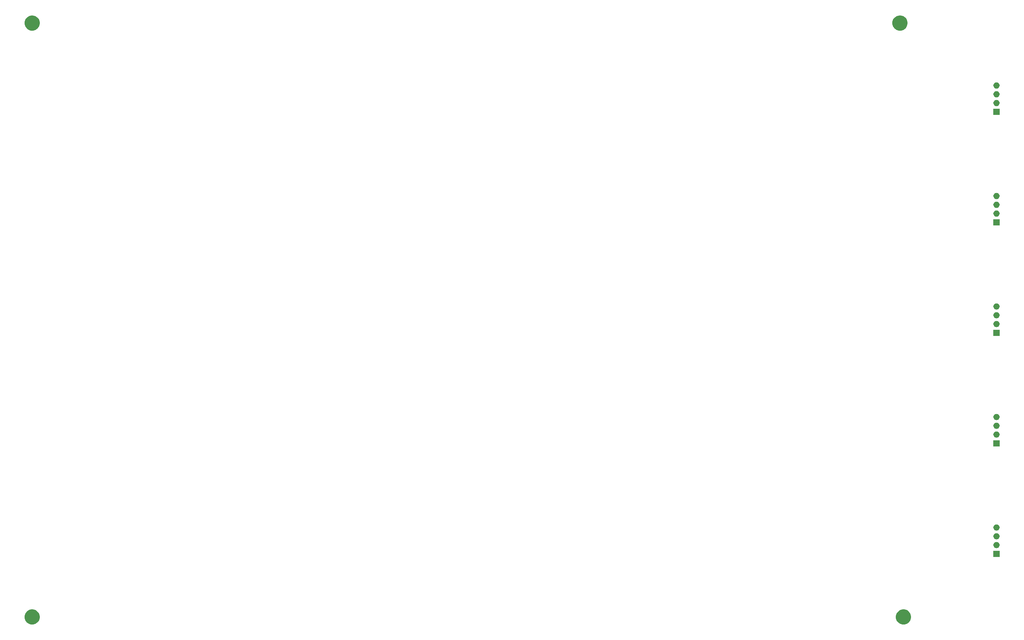
<source format=gbr>
G04 #@! TF.GenerationSoftware,KiCad,Pcbnew,(5.1.5)-3*
G04 #@! TF.CreationDate,2020-04-14T19:59:01+09:00*
G04 #@! TF.ProjectId,APA102_MENZUKE5_base,41504131-3032-45f4-9d45-4e5a554b4535,rev?*
G04 #@! TF.SameCoordinates,Original*
G04 #@! TF.FileFunction,Soldermask,Bot*
G04 #@! TF.FilePolarity,Negative*
%FSLAX46Y46*%
G04 Gerber Fmt 4.6, Leading zero omitted, Abs format (unit mm)*
G04 Created by KiCad (PCBNEW (5.1.5)-3) date 2020-04-14 19:59:01*
%MOMM*%
%LPD*%
G04 APERTURE LIST*
%ADD10C,0.100000*%
G04 APERTURE END LIST*
D10*
G36*
X332642007Y-202883582D02*
G01*
X333042563Y-203049498D01*
X333042565Y-203049499D01*
X333403056Y-203290371D01*
X333709629Y-203596944D01*
X333950501Y-203957435D01*
X333950502Y-203957437D01*
X334116418Y-204357993D01*
X334201000Y-204783219D01*
X334201000Y-205216781D01*
X334116418Y-205642007D01*
X333950502Y-206042563D01*
X333950501Y-206042565D01*
X333709629Y-206403056D01*
X333403056Y-206709629D01*
X333042565Y-206950501D01*
X333042564Y-206950502D01*
X333042563Y-206950502D01*
X332642007Y-207116418D01*
X332216781Y-207201000D01*
X331783219Y-207201000D01*
X331357993Y-207116418D01*
X330957437Y-206950502D01*
X330957436Y-206950502D01*
X330957435Y-206950501D01*
X330596944Y-206709629D01*
X330290371Y-206403056D01*
X330049499Y-206042565D01*
X330049498Y-206042563D01*
X329883582Y-205642007D01*
X329799000Y-205216781D01*
X329799000Y-204783219D01*
X329883582Y-204357993D01*
X330049498Y-203957437D01*
X330049499Y-203957435D01*
X330290371Y-203596944D01*
X330596944Y-203290371D01*
X330957435Y-203049499D01*
X330957437Y-203049498D01*
X331357993Y-202883582D01*
X331783219Y-202799000D01*
X332216781Y-202799000D01*
X332642007Y-202883582D01*
G37*
G36*
X80642007Y-202883582D02*
G01*
X81042563Y-203049498D01*
X81042565Y-203049499D01*
X81403056Y-203290371D01*
X81709629Y-203596944D01*
X81950501Y-203957435D01*
X81950502Y-203957437D01*
X82116418Y-204357993D01*
X82201000Y-204783219D01*
X82201000Y-205216781D01*
X82116418Y-205642007D01*
X81950502Y-206042563D01*
X81950501Y-206042565D01*
X81709629Y-206403056D01*
X81403056Y-206709629D01*
X81042565Y-206950501D01*
X81042564Y-206950502D01*
X81042563Y-206950502D01*
X80642007Y-207116418D01*
X80216781Y-207201000D01*
X79783219Y-207201000D01*
X79357993Y-207116418D01*
X78957437Y-206950502D01*
X78957436Y-206950502D01*
X78957435Y-206950501D01*
X78596944Y-206709629D01*
X78290371Y-206403056D01*
X78049499Y-206042565D01*
X78049498Y-206042563D01*
X77883582Y-205642007D01*
X77799000Y-205216781D01*
X77799000Y-204783219D01*
X77883582Y-204357993D01*
X78049498Y-203957437D01*
X78049499Y-203957435D01*
X78290371Y-203596944D01*
X78596944Y-203290371D01*
X78957435Y-203049499D01*
X78957437Y-203049498D01*
X79357993Y-202883582D01*
X79783219Y-202799000D01*
X80216781Y-202799000D01*
X80642007Y-202883582D01*
G37*
G36*
X359801000Y-187601000D02*
G01*
X357999000Y-187601000D01*
X357999000Y-185799000D01*
X359801000Y-185799000D01*
X359801000Y-187601000D01*
G37*
G36*
X359013512Y-183263927D02*
G01*
X359162812Y-183293624D01*
X359326784Y-183361544D01*
X359474354Y-183460147D01*
X359599853Y-183585646D01*
X359698456Y-183733216D01*
X359766376Y-183897188D01*
X359801000Y-184071259D01*
X359801000Y-184248741D01*
X359766376Y-184422812D01*
X359698456Y-184586784D01*
X359599853Y-184734354D01*
X359474354Y-184859853D01*
X359326784Y-184958456D01*
X359162812Y-185026376D01*
X359013512Y-185056073D01*
X358988742Y-185061000D01*
X358811258Y-185061000D01*
X358786488Y-185056073D01*
X358637188Y-185026376D01*
X358473216Y-184958456D01*
X358325646Y-184859853D01*
X358200147Y-184734354D01*
X358101544Y-184586784D01*
X358033624Y-184422812D01*
X357999000Y-184248741D01*
X357999000Y-184071259D01*
X358033624Y-183897188D01*
X358101544Y-183733216D01*
X358200147Y-183585646D01*
X358325646Y-183460147D01*
X358473216Y-183361544D01*
X358637188Y-183293624D01*
X358786488Y-183263927D01*
X358811258Y-183259000D01*
X358988742Y-183259000D01*
X359013512Y-183263927D01*
G37*
G36*
X359013512Y-180723927D02*
G01*
X359162812Y-180753624D01*
X359326784Y-180821544D01*
X359474354Y-180920147D01*
X359599853Y-181045646D01*
X359698456Y-181193216D01*
X359766376Y-181357188D01*
X359801000Y-181531259D01*
X359801000Y-181708741D01*
X359766376Y-181882812D01*
X359698456Y-182046784D01*
X359599853Y-182194354D01*
X359474354Y-182319853D01*
X359326784Y-182418456D01*
X359162812Y-182486376D01*
X359013512Y-182516073D01*
X358988742Y-182521000D01*
X358811258Y-182521000D01*
X358786488Y-182516073D01*
X358637188Y-182486376D01*
X358473216Y-182418456D01*
X358325646Y-182319853D01*
X358200147Y-182194354D01*
X358101544Y-182046784D01*
X358033624Y-181882812D01*
X357999000Y-181708741D01*
X357999000Y-181531259D01*
X358033624Y-181357188D01*
X358101544Y-181193216D01*
X358200147Y-181045646D01*
X358325646Y-180920147D01*
X358473216Y-180821544D01*
X358637188Y-180753624D01*
X358786488Y-180723927D01*
X358811258Y-180719000D01*
X358988742Y-180719000D01*
X359013512Y-180723927D01*
G37*
G36*
X359013512Y-178183927D02*
G01*
X359162812Y-178213624D01*
X359326784Y-178281544D01*
X359474354Y-178380147D01*
X359599853Y-178505646D01*
X359698456Y-178653216D01*
X359766376Y-178817188D01*
X359801000Y-178991259D01*
X359801000Y-179168741D01*
X359766376Y-179342812D01*
X359698456Y-179506784D01*
X359599853Y-179654354D01*
X359474354Y-179779853D01*
X359326784Y-179878456D01*
X359162812Y-179946376D01*
X359013512Y-179976073D01*
X358988742Y-179981000D01*
X358811258Y-179981000D01*
X358786488Y-179976073D01*
X358637188Y-179946376D01*
X358473216Y-179878456D01*
X358325646Y-179779853D01*
X358200147Y-179654354D01*
X358101544Y-179506784D01*
X358033624Y-179342812D01*
X357999000Y-179168741D01*
X357999000Y-178991259D01*
X358033624Y-178817188D01*
X358101544Y-178653216D01*
X358200147Y-178505646D01*
X358325646Y-178380147D01*
X358473216Y-178281544D01*
X358637188Y-178213624D01*
X358786488Y-178183927D01*
X358811258Y-178179000D01*
X358988742Y-178179000D01*
X359013512Y-178183927D01*
G37*
G36*
X359801000Y-155601000D02*
G01*
X357999000Y-155601000D01*
X357999000Y-153799000D01*
X359801000Y-153799000D01*
X359801000Y-155601000D01*
G37*
G36*
X359013512Y-151263927D02*
G01*
X359162812Y-151293624D01*
X359326784Y-151361544D01*
X359474354Y-151460147D01*
X359599853Y-151585646D01*
X359698456Y-151733216D01*
X359766376Y-151897188D01*
X359801000Y-152071259D01*
X359801000Y-152248741D01*
X359766376Y-152422812D01*
X359698456Y-152586784D01*
X359599853Y-152734354D01*
X359474354Y-152859853D01*
X359326784Y-152958456D01*
X359162812Y-153026376D01*
X359013512Y-153056073D01*
X358988742Y-153061000D01*
X358811258Y-153061000D01*
X358786488Y-153056073D01*
X358637188Y-153026376D01*
X358473216Y-152958456D01*
X358325646Y-152859853D01*
X358200147Y-152734354D01*
X358101544Y-152586784D01*
X358033624Y-152422812D01*
X357999000Y-152248741D01*
X357999000Y-152071259D01*
X358033624Y-151897188D01*
X358101544Y-151733216D01*
X358200147Y-151585646D01*
X358325646Y-151460147D01*
X358473216Y-151361544D01*
X358637188Y-151293624D01*
X358786488Y-151263927D01*
X358811258Y-151259000D01*
X358988742Y-151259000D01*
X359013512Y-151263927D01*
G37*
G36*
X359013512Y-148723927D02*
G01*
X359162812Y-148753624D01*
X359326784Y-148821544D01*
X359474354Y-148920147D01*
X359599853Y-149045646D01*
X359698456Y-149193216D01*
X359766376Y-149357188D01*
X359801000Y-149531259D01*
X359801000Y-149708741D01*
X359766376Y-149882812D01*
X359698456Y-150046784D01*
X359599853Y-150194354D01*
X359474354Y-150319853D01*
X359326784Y-150418456D01*
X359162812Y-150486376D01*
X359013512Y-150516073D01*
X358988742Y-150521000D01*
X358811258Y-150521000D01*
X358786488Y-150516073D01*
X358637188Y-150486376D01*
X358473216Y-150418456D01*
X358325646Y-150319853D01*
X358200147Y-150194354D01*
X358101544Y-150046784D01*
X358033624Y-149882812D01*
X357999000Y-149708741D01*
X357999000Y-149531259D01*
X358033624Y-149357188D01*
X358101544Y-149193216D01*
X358200147Y-149045646D01*
X358325646Y-148920147D01*
X358473216Y-148821544D01*
X358637188Y-148753624D01*
X358786488Y-148723927D01*
X358811258Y-148719000D01*
X358988742Y-148719000D01*
X359013512Y-148723927D01*
G37*
G36*
X359013512Y-146183927D02*
G01*
X359162812Y-146213624D01*
X359326784Y-146281544D01*
X359474354Y-146380147D01*
X359599853Y-146505646D01*
X359698456Y-146653216D01*
X359766376Y-146817188D01*
X359801000Y-146991259D01*
X359801000Y-147168741D01*
X359766376Y-147342812D01*
X359698456Y-147506784D01*
X359599853Y-147654354D01*
X359474354Y-147779853D01*
X359326784Y-147878456D01*
X359162812Y-147946376D01*
X359013512Y-147976073D01*
X358988742Y-147981000D01*
X358811258Y-147981000D01*
X358786488Y-147976073D01*
X358637188Y-147946376D01*
X358473216Y-147878456D01*
X358325646Y-147779853D01*
X358200147Y-147654354D01*
X358101544Y-147506784D01*
X358033624Y-147342812D01*
X357999000Y-147168741D01*
X357999000Y-146991259D01*
X358033624Y-146817188D01*
X358101544Y-146653216D01*
X358200147Y-146505646D01*
X358325646Y-146380147D01*
X358473216Y-146281544D01*
X358637188Y-146213624D01*
X358786488Y-146183927D01*
X358811258Y-146179000D01*
X358988742Y-146179000D01*
X359013512Y-146183927D01*
G37*
G36*
X359801000Y-123601000D02*
G01*
X357999000Y-123601000D01*
X357999000Y-121799000D01*
X359801000Y-121799000D01*
X359801000Y-123601000D01*
G37*
G36*
X359013512Y-119263927D02*
G01*
X359162812Y-119293624D01*
X359326784Y-119361544D01*
X359474354Y-119460147D01*
X359599853Y-119585646D01*
X359698456Y-119733216D01*
X359766376Y-119897188D01*
X359801000Y-120071259D01*
X359801000Y-120248741D01*
X359766376Y-120422812D01*
X359698456Y-120586784D01*
X359599853Y-120734354D01*
X359474354Y-120859853D01*
X359326784Y-120958456D01*
X359162812Y-121026376D01*
X359013512Y-121056073D01*
X358988742Y-121061000D01*
X358811258Y-121061000D01*
X358786488Y-121056073D01*
X358637188Y-121026376D01*
X358473216Y-120958456D01*
X358325646Y-120859853D01*
X358200147Y-120734354D01*
X358101544Y-120586784D01*
X358033624Y-120422812D01*
X357999000Y-120248741D01*
X357999000Y-120071259D01*
X358033624Y-119897188D01*
X358101544Y-119733216D01*
X358200147Y-119585646D01*
X358325646Y-119460147D01*
X358473216Y-119361544D01*
X358637188Y-119293624D01*
X358786488Y-119263927D01*
X358811258Y-119259000D01*
X358988742Y-119259000D01*
X359013512Y-119263927D01*
G37*
G36*
X359013512Y-116723927D02*
G01*
X359162812Y-116753624D01*
X359326784Y-116821544D01*
X359474354Y-116920147D01*
X359599853Y-117045646D01*
X359698456Y-117193216D01*
X359766376Y-117357188D01*
X359801000Y-117531259D01*
X359801000Y-117708741D01*
X359766376Y-117882812D01*
X359698456Y-118046784D01*
X359599853Y-118194354D01*
X359474354Y-118319853D01*
X359326784Y-118418456D01*
X359162812Y-118486376D01*
X359013512Y-118516073D01*
X358988742Y-118521000D01*
X358811258Y-118521000D01*
X358786488Y-118516073D01*
X358637188Y-118486376D01*
X358473216Y-118418456D01*
X358325646Y-118319853D01*
X358200147Y-118194354D01*
X358101544Y-118046784D01*
X358033624Y-117882812D01*
X357999000Y-117708741D01*
X357999000Y-117531259D01*
X358033624Y-117357188D01*
X358101544Y-117193216D01*
X358200147Y-117045646D01*
X358325646Y-116920147D01*
X358473216Y-116821544D01*
X358637188Y-116753624D01*
X358786488Y-116723927D01*
X358811258Y-116719000D01*
X358988742Y-116719000D01*
X359013512Y-116723927D01*
G37*
G36*
X359013512Y-114183927D02*
G01*
X359162812Y-114213624D01*
X359326784Y-114281544D01*
X359474354Y-114380147D01*
X359599853Y-114505646D01*
X359698456Y-114653216D01*
X359766376Y-114817188D01*
X359801000Y-114991259D01*
X359801000Y-115168741D01*
X359766376Y-115342812D01*
X359698456Y-115506784D01*
X359599853Y-115654354D01*
X359474354Y-115779853D01*
X359326784Y-115878456D01*
X359162812Y-115946376D01*
X359013512Y-115976073D01*
X358988742Y-115981000D01*
X358811258Y-115981000D01*
X358786488Y-115976073D01*
X358637188Y-115946376D01*
X358473216Y-115878456D01*
X358325646Y-115779853D01*
X358200147Y-115654354D01*
X358101544Y-115506784D01*
X358033624Y-115342812D01*
X357999000Y-115168741D01*
X357999000Y-114991259D01*
X358033624Y-114817188D01*
X358101544Y-114653216D01*
X358200147Y-114505646D01*
X358325646Y-114380147D01*
X358473216Y-114281544D01*
X358637188Y-114213624D01*
X358786488Y-114183927D01*
X358811258Y-114179000D01*
X358988742Y-114179000D01*
X359013512Y-114183927D01*
G37*
G36*
X359801000Y-91601000D02*
G01*
X357999000Y-91601000D01*
X357999000Y-89799000D01*
X359801000Y-89799000D01*
X359801000Y-91601000D01*
G37*
G36*
X359013512Y-87263927D02*
G01*
X359162812Y-87293624D01*
X359326784Y-87361544D01*
X359474354Y-87460147D01*
X359599853Y-87585646D01*
X359698456Y-87733216D01*
X359766376Y-87897188D01*
X359801000Y-88071259D01*
X359801000Y-88248741D01*
X359766376Y-88422812D01*
X359698456Y-88586784D01*
X359599853Y-88734354D01*
X359474354Y-88859853D01*
X359326784Y-88958456D01*
X359162812Y-89026376D01*
X359013512Y-89056073D01*
X358988742Y-89061000D01*
X358811258Y-89061000D01*
X358786488Y-89056073D01*
X358637188Y-89026376D01*
X358473216Y-88958456D01*
X358325646Y-88859853D01*
X358200147Y-88734354D01*
X358101544Y-88586784D01*
X358033624Y-88422812D01*
X357999000Y-88248741D01*
X357999000Y-88071259D01*
X358033624Y-87897188D01*
X358101544Y-87733216D01*
X358200147Y-87585646D01*
X358325646Y-87460147D01*
X358473216Y-87361544D01*
X358637188Y-87293624D01*
X358786488Y-87263927D01*
X358811258Y-87259000D01*
X358988742Y-87259000D01*
X359013512Y-87263927D01*
G37*
G36*
X359013512Y-84723927D02*
G01*
X359162812Y-84753624D01*
X359326784Y-84821544D01*
X359474354Y-84920147D01*
X359599853Y-85045646D01*
X359698456Y-85193216D01*
X359766376Y-85357188D01*
X359801000Y-85531259D01*
X359801000Y-85708741D01*
X359766376Y-85882812D01*
X359698456Y-86046784D01*
X359599853Y-86194354D01*
X359474354Y-86319853D01*
X359326784Y-86418456D01*
X359162812Y-86486376D01*
X359013512Y-86516073D01*
X358988742Y-86521000D01*
X358811258Y-86521000D01*
X358786488Y-86516073D01*
X358637188Y-86486376D01*
X358473216Y-86418456D01*
X358325646Y-86319853D01*
X358200147Y-86194354D01*
X358101544Y-86046784D01*
X358033624Y-85882812D01*
X357999000Y-85708741D01*
X357999000Y-85531259D01*
X358033624Y-85357188D01*
X358101544Y-85193216D01*
X358200147Y-85045646D01*
X358325646Y-84920147D01*
X358473216Y-84821544D01*
X358637188Y-84753624D01*
X358786488Y-84723927D01*
X358811258Y-84719000D01*
X358988742Y-84719000D01*
X359013512Y-84723927D01*
G37*
G36*
X359013512Y-82183927D02*
G01*
X359162812Y-82213624D01*
X359326784Y-82281544D01*
X359474354Y-82380147D01*
X359599853Y-82505646D01*
X359698456Y-82653216D01*
X359766376Y-82817188D01*
X359801000Y-82991259D01*
X359801000Y-83168741D01*
X359766376Y-83342812D01*
X359698456Y-83506784D01*
X359599853Y-83654354D01*
X359474354Y-83779853D01*
X359326784Y-83878456D01*
X359162812Y-83946376D01*
X359013512Y-83976073D01*
X358988742Y-83981000D01*
X358811258Y-83981000D01*
X358786488Y-83976073D01*
X358637188Y-83946376D01*
X358473216Y-83878456D01*
X358325646Y-83779853D01*
X358200147Y-83654354D01*
X358101544Y-83506784D01*
X358033624Y-83342812D01*
X357999000Y-83168741D01*
X357999000Y-82991259D01*
X358033624Y-82817188D01*
X358101544Y-82653216D01*
X358200147Y-82505646D01*
X358325646Y-82380147D01*
X358473216Y-82281544D01*
X358637188Y-82213624D01*
X358786488Y-82183927D01*
X358811258Y-82179000D01*
X358988742Y-82179000D01*
X359013512Y-82183927D01*
G37*
G36*
X359801000Y-59601000D02*
G01*
X357999000Y-59601000D01*
X357999000Y-57799000D01*
X359801000Y-57799000D01*
X359801000Y-59601000D01*
G37*
G36*
X359013512Y-55263927D02*
G01*
X359162812Y-55293624D01*
X359326784Y-55361544D01*
X359474354Y-55460147D01*
X359599853Y-55585646D01*
X359698456Y-55733216D01*
X359766376Y-55897188D01*
X359801000Y-56071259D01*
X359801000Y-56248741D01*
X359766376Y-56422812D01*
X359698456Y-56586784D01*
X359599853Y-56734354D01*
X359474354Y-56859853D01*
X359326784Y-56958456D01*
X359162812Y-57026376D01*
X359013512Y-57056073D01*
X358988742Y-57061000D01*
X358811258Y-57061000D01*
X358786488Y-57056073D01*
X358637188Y-57026376D01*
X358473216Y-56958456D01*
X358325646Y-56859853D01*
X358200147Y-56734354D01*
X358101544Y-56586784D01*
X358033624Y-56422812D01*
X357999000Y-56248741D01*
X357999000Y-56071259D01*
X358033624Y-55897188D01*
X358101544Y-55733216D01*
X358200147Y-55585646D01*
X358325646Y-55460147D01*
X358473216Y-55361544D01*
X358637188Y-55293624D01*
X358786488Y-55263927D01*
X358811258Y-55259000D01*
X358988742Y-55259000D01*
X359013512Y-55263927D01*
G37*
G36*
X359013512Y-52723927D02*
G01*
X359162812Y-52753624D01*
X359326784Y-52821544D01*
X359474354Y-52920147D01*
X359599853Y-53045646D01*
X359698456Y-53193216D01*
X359766376Y-53357188D01*
X359801000Y-53531259D01*
X359801000Y-53708741D01*
X359766376Y-53882812D01*
X359698456Y-54046784D01*
X359599853Y-54194354D01*
X359474354Y-54319853D01*
X359326784Y-54418456D01*
X359162812Y-54486376D01*
X359013512Y-54516073D01*
X358988742Y-54521000D01*
X358811258Y-54521000D01*
X358786488Y-54516073D01*
X358637188Y-54486376D01*
X358473216Y-54418456D01*
X358325646Y-54319853D01*
X358200147Y-54194354D01*
X358101544Y-54046784D01*
X358033624Y-53882812D01*
X357999000Y-53708741D01*
X357999000Y-53531259D01*
X358033624Y-53357188D01*
X358101544Y-53193216D01*
X358200147Y-53045646D01*
X358325646Y-52920147D01*
X358473216Y-52821544D01*
X358637188Y-52753624D01*
X358786488Y-52723927D01*
X358811258Y-52719000D01*
X358988742Y-52719000D01*
X359013512Y-52723927D01*
G37*
G36*
X359013512Y-50183927D02*
G01*
X359162812Y-50213624D01*
X359326784Y-50281544D01*
X359474354Y-50380147D01*
X359599853Y-50505646D01*
X359698456Y-50653216D01*
X359766376Y-50817188D01*
X359801000Y-50991259D01*
X359801000Y-51168741D01*
X359766376Y-51342812D01*
X359698456Y-51506784D01*
X359599853Y-51654354D01*
X359474354Y-51779853D01*
X359326784Y-51878456D01*
X359162812Y-51946376D01*
X359013512Y-51976073D01*
X358988742Y-51981000D01*
X358811258Y-51981000D01*
X358786488Y-51976073D01*
X358637188Y-51946376D01*
X358473216Y-51878456D01*
X358325646Y-51779853D01*
X358200147Y-51654354D01*
X358101544Y-51506784D01*
X358033624Y-51342812D01*
X357999000Y-51168741D01*
X357999000Y-50991259D01*
X358033624Y-50817188D01*
X358101544Y-50653216D01*
X358200147Y-50505646D01*
X358325646Y-50380147D01*
X358473216Y-50281544D01*
X358637188Y-50213624D01*
X358786488Y-50183927D01*
X358811258Y-50179000D01*
X358988742Y-50179000D01*
X359013512Y-50183927D01*
G37*
G36*
X80642007Y-30883582D02*
G01*
X81042563Y-31049498D01*
X81042565Y-31049499D01*
X81403056Y-31290371D01*
X81709629Y-31596944D01*
X81950501Y-31957435D01*
X81950502Y-31957437D01*
X82116418Y-32357993D01*
X82201000Y-32783219D01*
X82201000Y-33216781D01*
X82116418Y-33642007D01*
X81950502Y-34042563D01*
X81950501Y-34042565D01*
X81709629Y-34403056D01*
X81403056Y-34709629D01*
X81042565Y-34950501D01*
X81042564Y-34950502D01*
X81042563Y-34950502D01*
X80642007Y-35116418D01*
X80216781Y-35201000D01*
X79783219Y-35201000D01*
X79357993Y-35116418D01*
X78957437Y-34950502D01*
X78957436Y-34950502D01*
X78957435Y-34950501D01*
X78596944Y-34709629D01*
X78290371Y-34403056D01*
X78049499Y-34042565D01*
X78049498Y-34042563D01*
X77883582Y-33642007D01*
X77799000Y-33216781D01*
X77799000Y-32783219D01*
X77883582Y-32357993D01*
X78049498Y-31957437D01*
X78049499Y-31957435D01*
X78290371Y-31596944D01*
X78596944Y-31290371D01*
X78957435Y-31049499D01*
X78957437Y-31049498D01*
X79357993Y-30883582D01*
X79783219Y-30799000D01*
X80216781Y-30799000D01*
X80642007Y-30883582D01*
G37*
G36*
X331642007Y-30883582D02*
G01*
X332042563Y-31049498D01*
X332042565Y-31049499D01*
X332403056Y-31290371D01*
X332709629Y-31596944D01*
X332950501Y-31957435D01*
X332950502Y-31957437D01*
X333116418Y-32357993D01*
X333201000Y-32783219D01*
X333201000Y-33216781D01*
X333116418Y-33642007D01*
X332950502Y-34042563D01*
X332950501Y-34042565D01*
X332709629Y-34403056D01*
X332403056Y-34709629D01*
X332042565Y-34950501D01*
X332042564Y-34950502D01*
X332042563Y-34950502D01*
X331642007Y-35116418D01*
X331216781Y-35201000D01*
X330783219Y-35201000D01*
X330357993Y-35116418D01*
X329957437Y-34950502D01*
X329957436Y-34950502D01*
X329957435Y-34950501D01*
X329596944Y-34709629D01*
X329290371Y-34403056D01*
X329049499Y-34042565D01*
X329049498Y-34042563D01*
X328883582Y-33642007D01*
X328799000Y-33216781D01*
X328799000Y-32783219D01*
X328883582Y-32357993D01*
X329049498Y-31957437D01*
X329049499Y-31957435D01*
X329290371Y-31596944D01*
X329596944Y-31290371D01*
X329957435Y-31049499D01*
X329957437Y-31049498D01*
X330357993Y-30883582D01*
X330783219Y-30799000D01*
X331216781Y-30799000D01*
X331642007Y-30883582D01*
G37*
M02*

</source>
